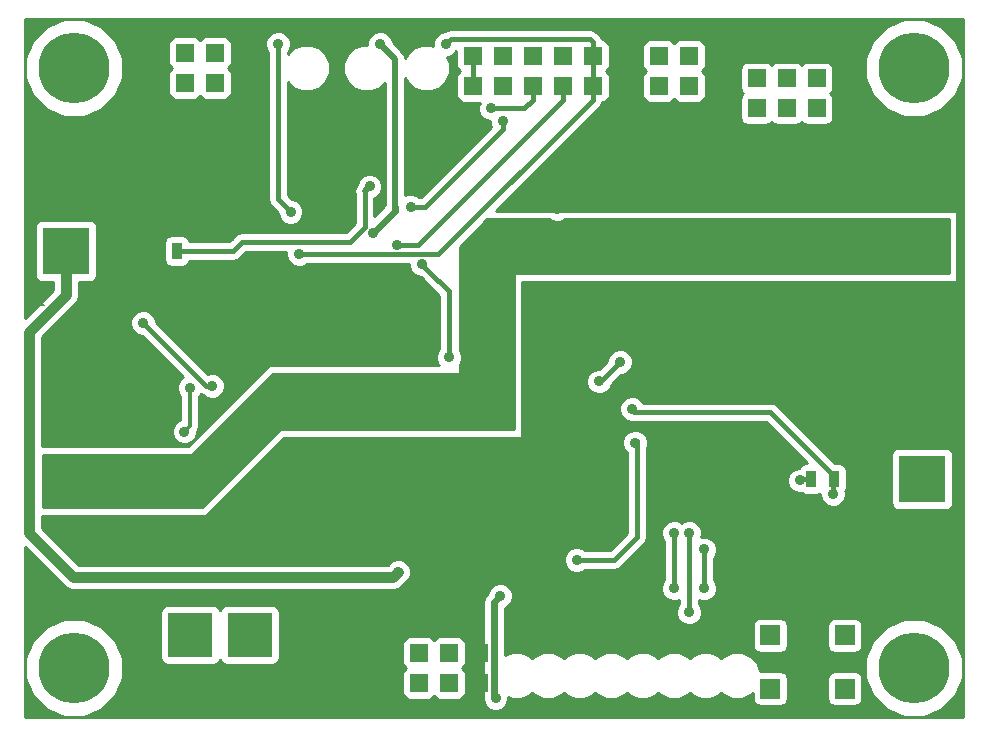
<source format=gbr>
G04 #@! TF.FileFunction,Copper,L1,Top,Signal*
%FSLAX46Y46*%
G04 Gerber Fmt 4.6, Leading zero omitted, Abs format (unit mm)*
G04 Created by KiCad (PCBNEW (2015-05-13 BZR 5653)-product) date 3. 12. 2015 7:33:34*
%MOMM*%
G01*
G04 APERTURE LIST*
%ADD10C,0.300000*%
%ADD11R,4.000000X4.000000*%
%ADD12R,1.524000X1.524000*%
%ADD13R,3.810000X3.810000*%
%ADD14C,6.000000*%
%ADD15R,0.889000X1.397000*%
%ADD16R,1.676400X1.676400*%
%ADD17C,0.600000*%
%ADD18C,0.890000*%
%ADD19C,0.400000*%
%ADD20C,0.890000*%
%ADD21C,0.180000*%
%ADD22C,0.600000*%
%ADD23C,0.500000*%
%ADD24C,0.254000*%
G04 APERTURE END LIST*
D10*
D11*
X4390000Y40384000D03*
X76890000Y40384000D03*
X4390000Y21084000D03*
X76890000Y21084000D03*
D12*
X19558000Y57150000D03*
X19558000Y54610000D03*
X17018000Y57150000D03*
X17018000Y54610000D03*
X14478000Y57150000D03*
X14478000Y54610000D03*
X11938000Y57150000D03*
X11938000Y54610000D03*
X49022000Y54356000D03*
X49022000Y56896000D03*
X38862000Y56896000D03*
X38862000Y54356000D03*
X43942000Y54356000D03*
X43942000Y56896000D03*
X46482000Y54356000D03*
X46482000Y56896000D03*
X41402000Y54356000D03*
X41402000Y56896000D03*
X31750000Y3810000D03*
X31750000Y6350000D03*
X34290000Y3810000D03*
X34290000Y6350000D03*
X36830000Y3810000D03*
X36830000Y6350000D03*
X39370000Y3810000D03*
X39370000Y6350000D03*
D13*
X14939000Y7874000D03*
X19939000Y7874000D03*
X14939000Y2921000D03*
X19939000Y2921000D03*
D12*
X62865000Y52451000D03*
X62865000Y54991000D03*
X65405000Y52451000D03*
X65405000Y54991000D03*
X67945000Y52451000D03*
X67945000Y54991000D03*
X59690000Y56896000D03*
X59690000Y54356000D03*
X57150000Y56896000D03*
X57150000Y54356000D03*
X54610000Y56896000D03*
X54610000Y54356000D03*
X52070000Y56896000D03*
X52070000Y54356000D03*
D14*
X76200000Y5080000D03*
X5080000Y55880000D03*
X5080000Y5080000D03*
X76200000Y55880000D03*
D15*
X11874500Y40386000D03*
X13779500Y40386000D03*
X69405500Y21082000D03*
X67500500Y21082000D03*
D16*
X70333000Y7838000D03*
X70333000Y3338000D03*
X64033000Y7838000D03*
X64033000Y3338000D03*
D12*
X70485000Y52451000D03*
X70485000Y54991000D03*
D17*
X27686000Y42545000D03*
X27686000Y44831000D03*
X26416000Y44831000D03*
X26416000Y42545000D03*
X27051000Y43688000D03*
D18*
X10922000Y34290000D03*
X16764000Y28956000D03*
X49530000Y29337000D03*
X32512000Y13208000D03*
X51308000Y30988000D03*
X8890000Y24637999D03*
X7620000Y24638000D03*
X41402000Y23622000D03*
X39116000Y23368000D03*
X36322000Y21336000D03*
X34544000Y21336000D03*
X32766000Y20320000D03*
X30734000Y20320000D03*
X73152000Y9398000D03*
X73152000Y11430000D03*
X73406000Y13208000D03*
X73406000Y14986000D03*
X76962000Y37338000D03*
X68834000Y37338000D03*
X60198000Y37338000D03*
X60198000Y29972000D03*
X61214000Y28194000D03*
X59944000Y28194000D03*
X69596000Y13208000D03*
X70104000Y11938000D03*
X70104000Y10414000D03*
X64262000Y11938000D03*
X64262000Y13462000D03*
X64262000Y14986000D03*
X64262000Y18288000D03*
X67056000Y19050000D03*
X67564000Y17018000D03*
X15494000Y17526000D03*
X13462000Y17526000D03*
X11684000Y17526000D03*
X9906000Y17526000D03*
X8266902Y17526000D03*
X6535461Y17526000D03*
X4826000Y17526000D03*
X2794000Y17526000D03*
X3556000Y16256000D03*
X5080000Y14986000D03*
X7112000Y14478000D03*
X8890000Y14478000D03*
X10668000Y14478000D03*
X12446000Y14478000D03*
X14224000Y14478000D03*
X16256000Y14478000D03*
X13970000Y42672000D03*
X12446000Y43180000D03*
X11049000Y42672000D03*
X9017000Y41910000D03*
X7874000Y46228000D03*
X9398000Y44323000D03*
X29337000Y20319994D03*
X27813002Y20320002D03*
X26162000Y20447000D03*
X17399000Y30586680D03*
X73406000Y16510000D03*
X72136000Y17526000D03*
X71628000Y19050000D03*
X73152000Y18288000D03*
X74930000Y17272000D03*
X76454000Y17272000D03*
X77978000Y17272000D03*
X79502000Y17272000D03*
X74168000Y28194000D03*
X74930000Y26924000D03*
X76200000Y26416000D03*
X77724000Y26416000D03*
X79248000Y26416000D03*
X79248000Y25146000D03*
X77724000Y25146000D03*
X76200000Y25146000D03*
X74676000Y25146000D03*
X73660000Y26416000D03*
X72898000Y27432000D03*
X71374000Y27432000D03*
X69850000Y27432000D03*
X68326000Y27432000D03*
X28829000Y2921000D03*
X27686000Y2921000D03*
X26543000Y2921000D03*
X25400000Y2921000D03*
X24257000Y2921000D03*
X22987000Y2921000D03*
X52832000Y30861000D03*
X46609000Y30607000D03*
X48133000Y29845000D03*
X44196000Y25019000D03*
X43180000Y24003000D03*
X69469000Y14859000D03*
X24910607Y50101500D03*
X34290000Y48895000D03*
X35433000Y48895000D03*
X34671000Y47752000D03*
X35814000Y47752000D03*
X36703000Y48895000D03*
X37846000Y48895000D03*
X46228000Y48260000D03*
X9906000Y57404000D03*
X9906000Y56261000D03*
X9906000Y55118000D03*
X9906000Y53848000D03*
X9906000Y52578000D03*
X57404000Y50038000D03*
X56769000Y49403000D03*
X56134000Y48768000D03*
X55499000Y48133000D03*
X50800000Y35433000D03*
X51689000Y36322000D03*
X52578000Y37211000D03*
X11684000Y44450000D03*
X11684000Y45720000D03*
X10414000Y45720000D03*
X10541000Y40386000D03*
X9144000Y40386000D03*
X18542000Y42418000D03*
X39370000Y11938000D03*
X39370000Y13716000D03*
X39878000Y15240000D03*
X70358000Y50292000D03*
X71501000Y50292000D03*
X72517000Y50292000D03*
X73787000Y50292000D03*
X15748000Y33147000D03*
X14224000Y33147000D03*
X9652000Y33147000D03*
X12446000Y26924000D03*
X28194000Y16002000D03*
X24892000Y16002000D03*
X31623000Y16002000D03*
X36449000Y16002000D03*
X34030920Y16002000D03*
X42418000Y13208000D03*
X42418000Y16002000D03*
X46736000Y17780000D03*
X44704000Y18288000D03*
X12192000Y4318000D03*
X12192000Y3048000D03*
X12192000Y1524000D03*
X65913000Y14859000D03*
X61468000Y18542000D03*
X56515000Y23495000D03*
X58420000Y21590000D03*
X59690000Y20320000D03*
X66548000Y9144000D03*
X68199000Y9144000D03*
X65532000Y9652000D03*
X64389000Y9652000D03*
X44704000Y46736000D03*
X42926000Y45212000D03*
X44450000Y45212000D03*
X45974000Y44958000D03*
X45974000Y43942000D03*
X30480000Y1524000D03*
X32004000Y1524000D03*
X33528000Y1524000D03*
X35052000Y1524000D03*
X36576000Y1524000D03*
X38100000Y1524000D03*
X54864000Y59182000D03*
X56388000Y59182000D03*
X57912000Y59182000D03*
X59436000Y59182000D03*
X60960000Y59182000D03*
X7620000Y49276000D03*
X7620000Y48006000D03*
X16764000Y45720000D03*
X15494000Y45720000D03*
X14224000Y45720000D03*
X12954000Y45720000D03*
X20320000Y39624000D03*
X21590000Y39624000D03*
X22860000Y39624000D03*
X2540000Y50038000D03*
X4318000Y50038000D03*
X6096000Y50038000D03*
X2540000Y48768000D03*
X2540000Y47498000D03*
X2540000Y46228000D03*
X2540000Y44958000D03*
X2540000Y43688000D03*
X4064000Y43688000D03*
X5588000Y43688000D03*
X7112000Y43688000D03*
X20066000Y53086000D03*
X20828000Y50800000D03*
X28448000Y49276000D03*
X27686000Y48006000D03*
X26924000Y46990000D03*
X45720000Y36830000D03*
X44196000Y36322000D03*
X45212000Y35306000D03*
X67818000Y48768000D03*
X66294000Y47244000D03*
X65024000Y45974000D03*
X63500000Y44450000D03*
X66294000Y28448000D03*
X68072000Y28956000D03*
X50927000Y21209000D03*
X50165000Y22098000D03*
X40386000Y52451000D03*
X34543998Y39243000D03*
X36829992Y31369000D03*
X41148000Y11176000D03*
X40767000Y2540000D03*
X52324000Y27017010D03*
X69342000Y19812000D03*
X23421502Y43688000D03*
X22352000Y57912000D03*
X30356276Y41874421D03*
X30988000Y57912000D03*
X24130000Y40132000D03*
X36576000Y57912000D03*
X32414992Y40923996D03*
X33599912Y44140033D03*
X41402000Y51353464D03*
X30099000Y45847000D03*
X66548000Y20955000D03*
X57150000Y16510000D03*
X57150000Y9779000D03*
X55880000Y16510000D03*
X55880000Y11811000D03*
X58420000Y15113000D03*
X58420000Y11811000D03*
X52576971Y24168153D03*
X47625000Y14224000D03*
X14414985Y25082985D03*
X14859490Y28790091D03*
D19*
X10922000Y34290000D02*
X16256000Y28956000D01*
X16256000Y28956000D02*
X16764000Y28956000D01*
X51308000Y30988000D02*
X49657000Y29337000D01*
X49657000Y29337000D02*
X49530000Y29337000D01*
D20*
X4390000Y40384000D02*
X4390000Y36652824D01*
X4390000Y36652824D02*
X1270000Y33532824D01*
X1270000Y33532824D02*
X1270000Y16510000D01*
X1270000Y16510000D02*
X5016999Y12763001D01*
X5016999Y12763001D02*
X32067001Y12763001D01*
X32067001Y12763001D02*
X32512000Y13208000D01*
D19*
X7620000Y24638000D02*
X8889999Y24638000D01*
X8889999Y24638000D02*
X8890000Y24637999D01*
D21*
X39116000Y23368000D02*
X41148000Y23368000D01*
X41148000Y23368000D02*
X41402000Y23622000D01*
X34544000Y21336000D02*
X36322000Y21336000D01*
X30734000Y20320000D02*
X32766000Y20320000D01*
X73152000Y11430000D02*
X73152000Y9398000D01*
X73406000Y14986000D02*
X73406000Y13208000D01*
X68834000Y37338000D02*
X76962000Y37338000D01*
X60198000Y29972000D02*
X60198000Y37338000D01*
X59944000Y28194000D02*
X61214000Y28194000D01*
X70104000Y11938000D02*
X70104000Y12700000D01*
X70104000Y12700000D02*
X69596000Y13208000D01*
X64262000Y11938000D02*
X68580000Y11938000D01*
X68580000Y11938000D02*
X70104000Y10414000D01*
X64262000Y14986000D02*
X64262000Y13462000D01*
X67056000Y19050000D02*
X66294000Y18288000D01*
X66294000Y18288000D02*
X64262000Y18288000D01*
X69469000Y14859000D02*
X67564000Y16764000D01*
X67564000Y16764000D02*
X67564000Y17018000D01*
X11684000Y17526000D02*
X13462000Y17526000D01*
X8266902Y17526000D02*
X9906000Y17526000D01*
X6535461Y17526000D02*
X8266902Y17526000D01*
X4826000Y17526000D02*
X6535461Y17526000D01*
X3556000Y16256000D02*
X3556000Y16764000D01*
X3556000Y16764000D02*
X2794000Y17526000D01*
X7112000Y14478000D02*
X5588000Y14478000D01*
X5588000Y14478000D02*
X5080000Y14986000D01*
X10668000Y14478000D02*
X8890000Y14478000D01*
X14224000Y14478000D02*
X12446000Y14478000D01*
X24892000Y16002000D02*
X17780000Y16002000D01*
X17780000Y16002000D02*
X16256000Y14478000D01*
X14604002Y42672000D02*
X14599325Y42672000D01*
X14668001Y42735999D02*
X14604002Y42672000D01*
X14599325Y42672000D02*
X13970000Y42672000D01*
X11176000Y46228000D02*
X14668001Y42735999D01*
X9398000Y44323000D02*
X13081000Y44323000D01*
X7874000Y46228000D02*
X11176000Y46228000D01*
X13081000Y44323000D02*
X14668001Y42735999D01*
X10604001Y42227001D02*
X11049000Y42672000D01*
X10287000Y41910000D02*
X10604001Y42227001D01*
X9017000Y41910000D02*
X10287000Y41910000D01*
X29337000Y20949319D02*
X29337000Y20319994D01*
X29083000Y21590000D02*
X29337000Y21336000D01*
X29337000Y21336000D02*
X29337000Y20949319D01*
X27686004Y20447000D02*
X27813002Y20320002D01*
X26162000Y20447000D02*
X27686004Y20447000D01*
D19*
X72136000Y17526000D02*
X72390000Y17526000D01*
X72390000Y17526000D02*
X73406000Y16510000D01*
X73152000Y18288000D02*
X72390000Y18288000D01*
X72390000Y18288000D02*
X71628000Y19050000D01*
X76454000Y17272000D02*
X74930000Y17272000D01*
X79502000Y17272000D02*
X77978000Y17272000D01*
X74930000Y26924000D02*
X74930000Y27432000D01*
X74930000Y27432000D02*
X74168000Y28194000D01*
X77724000Y26416000D02*
X76200000Y26416000D01*
X79248000Y25146000D02*
X79248000Y26416000D01*
X76200000Y25146000D02*
X77724000Y25146000D01*
X73660000Y26416000D02*
X73660000Y26162000D01*
X73660000Y26162000D02*
X74676000Y25146000D01*
X71374000Y27432000D02*
X72898000Y27432000D01*
X68326000Y27432000D02*
X69850000Y27432000D01*
X27686000Y2921000D02*
X28829000Y2921000D01*
X25400000Y2921000D02*
X26543000Y2921000D01*
X22987000Y2921000D02*
X24257000Y2921000D01*
D21*
X12065000Y3175000D02*
X12065000Y1977388D01*
X12065000Y4445000D02*
X12065000Y3556000D01*
X1270000Y35814000D02*
X2540000Y35814000D01*
X1270000Y44450000D02*
X1270000Y35814000D01*
X1738999Y44918999D02*
X1270000Y44450000D01*
X9906000Y52578000D02*
X2119999Y44918999D01*
X2119999Y44918999D02*
X1738999Y44918999D01*
X46609000Y30607000D02*
X47371000Y29845000D01*
X47371000Y29845000D02*
X48133000Y29845000D01*
X44196000Y25019000D02*
X43180000Y24003000D01*
X34290000Y48895000D02*
X35433000Y48895000D01*
X34671000Y47752000D02*
X35814000Y47752000D01*
X36703000Y48895000D02*
X37846000Y48895000D01*
X9906000Y57404000D02*
X9906000Y56261000D01*
X9906000Y55372000D02*
X9906000Y55118000D01*
X9906000Y53848000D02*
X9906000Y52578000D01*
X57404000Y50038000D02*
X56769000Y49403000D01*
X56134000Y48768000D02*
X55499000Y48133000D01*
X50800000Y35433000D02*
X51689000Y36322000D01*
X52070000Y37338000D02*
X51816000Y37592000D01*
X52578000Y37211000D02*
X52070000Y37338000D01*
X11684000Y44450000D02*
X11684000Y45720000D01*
X11874500Y40386000D02*
X10541000Y40386000D01*
X39370000Y11938000D02*
X39370000Y13716000D01*
X70485000Y50419000D02*
X70358000Y50292000D01*
X70485000Y52451000D02*
X70485000Y50419000D01*
X71501000Y50292000D02*
X72517000Y50292000D01*
X73787000Y50292000D02*
X75057000Y50292000D01*
X15748000Y33147000D02*
X14224000Y33147000D01*
X12446000Y26924000D02*
X12446000Y24765000D01*
X28194000Y16002000D02*
X24892000Y16002000D01*
X31623000Y16002000D02*
X34030920Y16002000D01*
X42418000Y13208000D02*
X42418000Y16002000D01*
X45212000Y17780000D02*
X44704000Y18288000D01*
X46736000Y17780000D02*
X45212000Y17780000D01*
X12192000Y4318000D02*
X12192000Y3302000D01*
X12192000Y3048000D02*
X12192000Y1524000D01*
X65913000Y14859000D02*
X69469000Y14859000D01*
X56515000Y23114000D02*
X56515000Y23495000D01*
X61468000Y18542000D02*
X56515000Y23114000D01*
X58420000Y21590000D02*
X59690000Y20320000D01*
X66548000Y9144000D02*
X68199000Y9144000D01*
X65532000Y9652000D02*
X64389000Y9652000D01*
X46228000Y48260000D02*
X44704000Y46736000D01*
X42926000Y45212000D02*
X44450000Y45212000D01*
X45974000Y44958000D02*
X45974000Y43942000D01*
X30226000Y1524000D02*
X30480000Y1524000D01*
X28829000Y2921000D02*
X30226000Y1524000D01*
X32004000Y1524000D02*
X33528000Y1524000D01*
X35052000Y1524000D02*
X36576000Y1524000D01*
X53414000Y59182000D02*
X54864000Y59182000D01*
X52070000Y57838000D02*
X53414000Y59182000D01*
X52070000Y56896000D02*
X52070000Y57838000D01*
X56388000Y59182000D02*
X57912000Y59182000D01*
X59436000Y59182000D02*
X60960000Y59182000D01*
X7620000Y49276000D02*
X7620000Y48006000D01*
X16764000Y45720000D02*
X15494000Y45720000D01*
X14224000Y45720000D02*
X12954000Y45720000D01*
X20320000Y39624000D02*
X21590000Y39624000D01*
X3302000Y49276000D02*
X2540000Y50038000D01*
X7620000Y49276000D02*
X3302000Y49276000D01*
X4318000Y50038000D02*
X6096000Y50038000D01*
X2540000Y48768000D02*
X2540000Y47498000D01*
X2540000Y46228000D02*
X2540000Y44958000D01*
X2540000Y43688000D02*
X4064000Y43688000D01*
X5588000Y43688000D02*
X7112000Y43688000D01*
X28448000Y48768000D02*
X27686000Y48006000D01*
X28448000Y49276000D02*
X28448000Y48768000D01*
X44704000Y36830000D02*
X44196000Y36322000D01*
X45720000Y36830000D02*
X44704000Y36830000D01*
X67818000Y48768000D02*
X66294000Y47244000D01*
X65024000Y45974000D02*
X63500000Y44450000D01*
X67310000Y27432000D02*
X66294000Y28448000D01*
X68326000Y27432000D02*
X67310000Y27432000D01*
X50165000Y22098000D02*
X50165000Y21971000D01*
X50165000Y21971000D02*
X50927000Y21209000D01*
D19*
X43942000Y53194000D02*
X43942000Y54356000D01*
X43199000Y52451000D02*
X43942000Y53194000D01*
X40386000Y52451000D02*
X43199000Y52451000D01*
X34988997Y38798001D02*
X34543998Y39243000D01*
X36829992Y36957006D02*
X34988997Y38798001D01*
X36829992Y31369000D02*
X36829992Y36957006D01*
D22*
X40612001Y2694999D02*
X40767000Y2540000D01*
X40612001Y10640001D02*
X40612001Y2694999D01*
X41148000Y11176000D02*
X40612001Y10640001D01*
D19*
X69342000Y19812000D02*
X69342000Y21018500D01*
X69342000Y21018500D02*
X69405500Y21082000D01*
X52324000Y26924000D02*
X52523999Y26724001D01*
X52523999Y26724001D02*
X64017499Y26724001D01*
X64017499Y26724001D02*
X69405500Y21336000D01*
X69405500Y21336000D02*
X69405500Y21082000D01*
X69469000Y21018500D02*
X69405500Y21082000D01*
X22352000Y57912000D02*
X22352000Y44757502D01*
X22352000Y44757502D02*
X23421502Y43688000D01*
X38862000Y54356000D02*
X38862000Y56896000D01*
D22*
X32258000Y44069000D02*
X32258000Y43776145D01*
X30801275Y42319420D02*
X30356276Y41874421D01*
X32258000Y43776145D02*
X30801275Y42319420D01*
D23*
X30988000Y57912000D02*
X32258000Y56642000D01*
X32258000Y56642000D02*
X32258000Y44069000D01*
D19*
X24130000Y40132000D02*
X31985984Y40132000D01*
X49022000Y53194000D02*
X49022000Y54356000D01*
X35926994Y40098994D02*
X49022000Y53194000D01*
X32018990Y40098994D02*
X35926994Y40098994D01*
X31985984Y40132000D02*
X32018990Y40098994D01*
X49022000Y54356000D02*
X49022000Y57912000D01*
X48723501Y58356499D02*
X49022000Y58058000D01*
X37020499Y58356499D02*
X48723501Y58356499D01*
X49022000Y58058000D02*
X49022000Y56896000D01*
X36576000Y57912000D02*
X37020499Y58356499D01*
X33044317Y40923996D02*
X32414992Y40923996D01*
X34211996Y40923996D02*
X33044317Y40923996D01*
X46482000Y53194000D02*
X34211996Y40923996D01*
X46482000Y54356000D02*
X46482000Y53194000D01*
X41402000Y50724139D02*
X34817894Y44140033D01*
X34229237Y44140033D02*
X33599912Y44140033D01*
X34817894Y44140033D02*
X34229237Y44140033D01*
X41402000Y51353464D02*
X41402000Y50724139D01*
X28408853Y41148000D02*
X29690000Y42429147D01*
X18542000Y40386000D02*
X19304000Y41148000D01*
X19304000Y41148000D02*
X28408853Y41148000D01*
X29690000Y42429147D02*
X29690000Y45438000D01*
X13779500Y40386000D02*
X18542000Y40386000D01*
D23*
X29690000Y45438000D02*
X30099000Y45847000D01*
D19*
X67500500Y21082000D02*
X66675000Y21082000D01*
X66675000Y21082000D02*
X66548000Y20955000D01*
X67373500Y20955000D02*
X67500500Y21082000D01*
X57150000Y16510000D02*
X57150000Y9779000D01*
X55880000Y16510000D02*
X55880000Y11811000D01*
X58420000Y15113000D02*
X58420000Y11811000D01*
X47625000Y14224000D02*
X50800000Y14224000D01*
X52732510Y16156510D02*
X52732510Y24257000D01*
X50800000Y14224000D02*
X52732510Y16156510D01*
D10*
X14859490Y28790091D02*
X14859490Y25527490D01*
X14859490Y25527490D02*
X14414985Y25082985D01*
D24*
G36*
X79121000Y38481000D02*
X42291000Y38481000D01*
X42291000Y25273000D01*
X22553395Y25273000D01*
X15949395Y18669000D01*
X2413000Y18669000D01*
X2413000Y22860000D01*
X2413000Y23114000D01*
X15038605Y23114000D01*
X21896605Y29972000D01*
X37719000Y29972000D01*
X37719000Y30741742D01*
X37738260Y30760968D01*
X37901806Y31154830D01*
X37902178Y31581299D01*
X37739320Y31975446D01*
X37719000Y31995801D01*
X37719000Y40721446D01*
X40050554Y43053000D01*
X45346733Y43053000D01*
X45365968Y43033732D01*
X45759830Y42870186D01*
X46186299Y42869814D01*
X46580446Y43032672D01*
X46600809Y43053000D01*
X79121000Y43053000D01*
X79121000Y38481000D01*
X79121000Y38481000D01*
G37*
X79121000Y38481000D02*
X42291000Y38481000D01*
X42291000Y25273000D01*
X22553395Y25273000D01*
X15949395Y18669000D01*
X2413000Y18669000D01*
X2413000Y22860000D01*
X2413000Y23114000D01*
X15038605Y23114000D01*
X21896605Y29972000D01*
X37719000Y29972000D01*
X37719000Y30741742D01*
X37738260Y30760968D01*
X37901806Y31154830D01*
X37902178Y31581299D01*
X37739320Y31975446D01*
X37719000Y31995801D01*
X37719000Y40721446D01*
X40050554Y43053000D01*
X45346733Y43053000D01*
X45365968Y43033732D01*
X45759830Y42870186D01*
X46186299Y42869814D01*
X46580446Y43032672D01*
X46600809Y43053000D01*
X79121000Y43053000D01*
X79121000Y38481000D01*
G36*
X40423276Y50914970D02*
X34475340Y44967033D01*
X34289070Y44967033D01*
X34207944Y45048301D01*
X33814082Y45211847D01*
X33387613Y45212219D01*
X33135000Y45107842D01*
X33135000Y55035070D01*
X33248003Y54761582D01*
X33803657Y54204958D01*
X34530025Y53903344D01*
X35316524Y53902657D01*
X36043418Y54203003D01*
X36600042Y54758657D01*
X36901656Y55485025D01*
X36902343Y56271524D01*
X36667487Y56839920D01*
X36788299Y56839814D01*
X37182446Y57002672D01*
X37460716Y57280458D01*
X37460716Y56134000D01*
X37507102Y55894927D01*
X37645130Y55684804D01*
X37731969Y55626187D01*
X37650804Y55572870D01*
X37510149Y55364495D01*
X37460716Y55118000D01*
X37460716Y53594000D01*
X37507102Y53354927D01*
X37645130Y53144804D01*
X37853505Y53004149D01*
X38100000Y52954716D01*
X39434416Y52954716D01*
X39314186Y52665170D01*
X39313814Y52238701D01*
X39476672Y51844554D01*
X39777968Y51542732D01*
X40171830Y51379186D01*
X40330021Y51379049D01*
X40329814Y51141165D01*
X40423276Y50914970D01*
X40423276Y50914970D01*
G37*
X40423276Y50914970D02*
X34475340Y44967033D01*
X34289070Y44967033D01*
X34207944Y45048301D01*
X33814082Y45211847D01*
X33387613Y45212219D01*
X33135000Y45107842D01*
X33135000Y55035070D01*
X33248003Y54761582D01*
X33803657Y54204958D01*
X34530025Y53903344D01*
X35316524Y53902657D01*
X36043418Y54203003D01*
X36600042Y54758657D01*
X36901656Y55485025D01*
X36902343Y56271524D01*
X36667487Y56839920D01*
X36788299Y56839814D01*
X37182446Y57002672D01*
X37460716Y57280458D01*
X37460716Y56134000D01*
X37507102Y55894927D01*
X37645130Y55684804D01*
X37731969Y55626187D01*
X37650804Y55572870D01*
X37510149Y55364495D01*
X37460716Y55118000D01*
X37460716Y53594000D01*
X37507102Y53354927D01*
X37645130Y53144804D01*
X37853505Y53004149D01*
X38100000Y52954716D01*
X39434416Y52954716D01*
X39314186Y52665170D01*
X39313814Y52238701D01*
X39476672Y51844554D01*
X39777968Y51542732D01*
X40171830Y51379186D01*
X40330021Y51379049D01*
X40329814Y51141165D01*
X40423276Y50914970D01*
G36*
X80349000Y931000D02*
X80327715Y931000D01*
X80327715Y5897310D01*
X80327715Y56697310D01*
X79700741Y58214704D01*
X78540810Y59376660D01*
X77024513Y60006282D01*
X75382690Y60007715D01*
X73865296Y59380741D01*
X72703340Y58220810D01*
X72073718Y56704513D01*
X72072285Y55062690D01*
X72699259Y53545296D01*
X73859190Y52383340D01*
X75375487Y51753718D01*
X77017310Y51752285D01*
X78534704Y52379259D01*
X79696660Y53539190D01*
X80326282Y55055487D01*
X80327715Y56697310D01*
X80327715Y5897310D01*
X79700741Y7414704D01*
X79529284Y7586460D01*
X79529284Y19084000D01*
X79529284Y23084000D01*
X79482898Y23323073D01*
X79344870Y23533196D01*
X79136495Y23673851D01*
X78890000Y23723284D01*
X74890000Y23723284D01*
X74650927Y23676898D01*
X74440804Y23538870D01*
X74300149Y23330495D01*
X74250716Y23084000D01*
X74250716Y19084000D01*
X74297102Y18844927D01*
X74435130Y18634804D01*
X74643505Y18494149D01*
X74890000Y18444716D01*
X78890000Y18444716D01*
X79129073Y18491102D01*
X79339196Y18629130D01*
X79479851Y18837505D01*
X79529284Y19084000D01*
X79529284Y7586460D01*
X78540810Y8576660D01*
X77024513Y9206282D01*
X75382690Y9207715D01*
X73865296Y8580741D01*
X72703340Y7420810D01*
X72073718Y5904513D01*
X72072285Y4262690D01*
X72699259Y2745296D01*
X73859190Y1583340D01*
X75375487Y953718D01*
X77017310Y952285D01*
X78534704Y1579259D01*
X79696660Y2739190D01*
X80326282Y4255487D01*
X80327715Y5897310D01*
X80327715Y931000D01*
X71810484Y931000D01*
X71810484Y2499800D01*
X71810484Y4176200D01*
X71810484Y6999800D01*
X71810484Y8676200D01*
X71764098Y8915273D01*
X71626070Y9125396D01*
X71417695Y9266051D01*
X71171200Y9315484D01*
X70489284Y9315484D01*
X70489284Y20383500D01*
X70489284Y21780500D01*
X70442898Y22019573D01*
X70304870Y22229696D01*
X70096495Y22370351D01*
X69850000Y22419784D01*
X69491270Y22419784D01*
X64602276Y27308778D01*
X64333978Y27488049D01*
X64017499Y27551001D01*
X53263265Y27551001D01*
X53233328Y27623456D01*
X52932032Y27925278D01*
X52538170Y28088824D01*
X52380186Y28088961D01*
X52380186Y31200299D01*
X52217328Y31594446D01*
X51916032Y31896268D01*
X51522170Y32059814D01*
X51095701Y32060186D01*
X50701554Y31897328D01*
X50399732Y31596032D01*
X50236186Y31202170D01*
X50236084Y31085640D01*
X49559420Y30408976D01*
X49317701Y30409186D01*
X48923554Y30246328D01*
X48621732Y29945032D01*
X48458186Y29551170D01*
X48457814Y29124701D01*
X48620672Y28730554D01*
X48921968Y28428732D01*
X49315830Y28265186D01*
X49742299Y28264814D01*
X50136446Y28427672D01*
X50438268Y28728968D01*
X50594308Y29104754D01*
X51405468Y29915915D01*
X51520299Y29915814D01*
X51914446Y30078672D01*
X52216268Y30379968D01*
X52379814Y30773830D01*
X52380186Y31200299D01*
X52380186Y28088961D01*
X52111701Y28089196D01*
X51717554Y27926338D01*
X51415732Y27625042D01*
X51252186Y27231180D01*
X51251814Y26804711D01*
X51414672Y26410564D01*
X51715968Y26108742D01*
X52109830Y25945196D01*
X52282465Y25945046D01*
X52282466Y25945046D01*
X52523999Y25897001D01*
X63674945Y25897001D01*
X67152162Y22419784D01*
X67056000Y22419784D01*
X66816927Y22373398D01*
X66606804Y22235370D01*
X66466201Y22027073D01*
X66335701Y22027186D01*
X65941554Y21864328D01*
X65639732Y21563032D01*
X65476186Y21169170D01*
X65475814Y20742701D01*
X65638672Y20348554D01*
X65939968Y20046732D01*
X66333830Y19883186D01*
X66677303Y19882887D01*
X66809505Y19793649D01*
X67056000Y19744216D01*
X67945000Y19744216D01*
X68184073Y19790602D01*
X68270029Y19847067D01*
X68269814Y19599701D01*
X68432672Y19205554D01*
X68733968Y18903732D01*
X69127830Y18740186D01*
X69554299Y18739814D01*
X69948446Y18902672D01*
X70250268Y19203968D01*
X70413814Y19597830D01*
X70414186Y20024299D01*
X70395044Y20070626D01*
X70439851Y20137005D01*
X70489284Y20383500D01*
X70489284Y9315484D01*
X69494800Y9315484D01*
X69255727Y9269098D01*
X69045604Y9131070D01*
X68904949Y8922695D01*
X68855516Y8676200D01*
X68855516Y6999800D01*
X68901902Y6760727D01*
X69039930Y6550604D01*
X69248305Y6409949D01*
X69494800Y6360516D01*
X71171200Y6360516D01*
X71410273Y6406902D01*
X71620396Y6544930D01*
X71761051Y6753305D01*
X71810484Y6999800D01*
X71810484Y4176200D01*
X71764098Y4415273D01*
X71626070Y4625396D01*
X71417695Y4766051D01*
X71171200Y4815484D01*
X69494800Y4815484D01*
X69255727Y4769098D01*
X69045604Y4631070D01*
X68904949Y4422695D01*
X68855516Y4176200D01*
X68855516Y2499800D01*
X68901902Y2260727D01*
X69039930Y2050604D01*
X69248305Y1909949D01*
X69494800Y1860516D01*
X71171200Y1860516D01*
X71410273Y1906902D01*
X71620396Y2044930D01*
X71761051Y2253305D01*
X71810484Y2499800D01*
X71810484Y931000D01*
X65510484Y931000D01*
X65510484Y2499800D01*
X65510484Y4176200D01*
X65510484Y6999800D01*
X65510484Y8676200D01*
X65464098Y8915273D01*
X65326070Y9125396D01*
X65117695Y9266051D01*
X64871200Y9315484D01*
X63194800Y9315484D01*
X62955727Y9269098D01*
X62745604Y9131070D01*
X62604949Y8922695D01*
X62555516Y8676200D01*
X62555516Y6999800D01*
X62601902Y6760727D01*
X62739930Y6550604D01*
X62948305Y6409949D01*
X63194800Y6360516D01*
X64871200Y6360516D01*
X65110273Y6406902D01*
X65320396Y6544930D01*
X65461051Y6753305D01*
X65510484Y6999800D01*
X65510484Y4176200D01*
X65464098Y4415273D01*
X65326070Y4625396D01*
X65117695Y4766051D01*
X64871200Y4815484D01*
X63194800Y4815484D01*
X63191324Y4814810D01*
X63191343Y4836524D01*
X62890997Y5563418D01*
X62335343Y6120042D01*
X61608975Y6421656D01*
X60822476Y6422343D01*
X60095582Y6121997D01*
X59880612Y5907403D01*
X59668343Y6120042D01*
X59492186Y6193188D01*
X59492186Y12023299D01*
X59329328Y12417446D01*
X59247000Y12499917D01*
X59247000Y14423842D01*
X59328268Y14504968D01*
X59491814Y14898830D01*
X59492186Y15325299D01*
X59329328Y15719446D01*
X59028032Y16021268D01*
X58634170Y16184814D01*
X58207701Y16185186D01*
X58169278Y16169311D01*
X58221814Y16295830D01*
X58222186Y16722299D01*
X58059328Y17116446D01*
X57758032Y17418268D01*
X57364170Y17581814D01*
X56937701Y17582186D01*
X56543554Y17419328D01*
X56515214Y17391038D01*
X56488032Y17418268D01*
X56094170Y17581814D01*
X55667701Y17582186D01*
X55273554Y17419328D01*
X54971732Y17118032D01*
X54808186Y16724170D01*
X54807814Y16297701D01*
X54970672Y15903554D01*
X55053000Y15821082D01*
X55053000Y12500159D01*
X54971732Y12419032D01*
X54808186Y12025170D01*
X54807814Y11598701D01*
X54970672Y11204554D01*
X55271968Y10902732D01*
X55665830Y10739186D01*
X56092299Y10738814D01*
X56323000Y10834138D01*
X56323000Y10468159D01*
X56241732Y10387032D01*
X56078186Y9993170D01*
X56077814Y9566701D01*
X56240672Y9172554D01*
X56541968Y8870732D01*
X56935830Y8707186D01*
X57362299Y8706814D01*
X57756446Y8869672D01*
X58058268Y9170968D01*
X58221814Y9564830D01*
X58222186Y9991299D01*
X58059328Y10385446D01*
X57977000Y10467917D01*
X57977000Y10834205D01*
X58205830Y10739186D01*
X58632299Y10738814D01*
X59026446Y10901672D01*
X59328268Y11202968D01*
X59491814Y11596830D01*
X59492186Y12023299D01*
X59492186Y6193188D01*
X58941975Y6421656D01*
X58155476Y6422343D01*
X57428582Y6121997D01*
X57213612Y5907403D01*
X57001343Y6120042D01*
X56274975Y6421656D01*
X55488476Y6422343D01*
X54761582Y6121997D01*
X54546612Y5907403D01*
X54334343Y6120042D01*
X53649157Y6404555D01*
X53649157Y24380452D01*
X53486299Y24774599D01*
X53185003Y25076421D01*
X52791141Y25239967D01*
X52364672Y25240339D01*
X51970525Y25077481D01*
X51668703Y24776185D01*
X51505157Y24382323D01*
X51504785Y23955854D01*
X51667643Y23561707D01*
X51905510Y23323424D01*
X51905510Y16499064D01*
X50457446Y15051000D01*
X48314158Y15051000D01*
X48233032Y15132268D01*
X47839170Y15295814D01*
X47412701Y15296186D01*
X47018554Y15133328D01*
X46716732Y14832032D01*
X46553186Y14438170D01*
X46552814Y14011701D01*
X46715672Y13617554D01*
X47016968Y13315732D01*
X47410830Y13152186D01*
X47837299Y13151814D01*
X48231446Y13314672D01*
X48313917Y13397000D01*
X50800000Y13397000D01*
X51116479Y13459952D01*
X51384777Y13639223D01*
X53317287Y15571733D01*
X53496558Y15840031D01*
X53559510Y16156510D01*
X53559510Y23738986D01*
X53648785Y23953983D01*
X53649157Y24380452D01*
X53649157Y6404555D01*
X53607975Y6421656D01*
X52821476Y6422343D01*
X52094582Y6121997D01*
X51879612Y5907403D01*
X51667343Y6120042D01*
X50940975Y6421656D01*
X50154476Y6422343D01*
X49427582Y6121997D01*
X49212612Y5907403D01*
X49000343Y6120042D01*
X48273975Y6421656D01*
X47487476Y6422343D01*
X46760582Y6121997D01*
X46545612Y5907403D01*
X46333343Y6120042D01*
X45606975Y6421656D01*
X44820476Y6422343D01*
X44093582Y6121997D01*
X43878612Y5907403D01*
X43666343Y6120042D01*
X42939975Y6421656D01*
X42153476Y6422343D01*
X41539001Y6168448D01*
X41539001Y10177653D01*
X41754446Y10266672D01*
X42056268Y10567968D01*
X42219814Y10961830D01*
X42220186Y11388299D01*
X42057328Y11782446D01*
X41756032Y12084268D01*
X41362170Y12247814D01*
X40935701Y12248186D01*
X40541554Y12085328D01*
X40239732Y11784032D01*
X40093932Y11432909D01*
X39956513Y11295489D01*
X39755565Y10994749D01*
X39685001Y10640001D01*
X39685001Y2694999D01*
X39695090Y2644278D01*
X39694814Y2327701D01*
X39857672Y1933554D01*
X40158968Y1631732D01*
X40552830Y1468186D01*
X40979299Y1467814D01*
X41373446Y1630672D01*
X41675268Y1931968D01*
X41838814Y2325830D01*
X41839050Y2597472D01*
X42150025Y2468344D01*
X42936524Y2467657D01*
X43663418Y2768003D01*
X43878387Y2982598D01*
X44090657Y2769958D01*
X44817025Y2468344D01*
X45603524Y2467657D01*
X46330418Y2768003D01*
X46545387Y2982598D01*
X46757657Y2769958D01*
X47484025Y2468344D01*
X48270524Y2467657D01*
X48997418Y2768003D01*
X49212387Y2982598D01*
X49424657Y2769958D01*
X50151025Y2468344D01*
X50937524Y2467657D01*
X51664418Y2768003D01*
X51879387Y2982598D01*
X52091657Y2769958D01*
X52818025Y2468344D01*
X53604524Y2467657D01*
X54331418Y2768003D01*
X54546387Y2982598D01*
X54758657Y2769958D01*
X55485025Y2468344D01*
X56271524Y2467657D01*
X56998418Y2768003D01*
X57213387Y2982598D01*
X57425657Y2769958D01*
X58152025Y2468344D01*
X58938524Y2467657D01*
X59665418Y2768003D01*
X59880387Y2982598D01*
X60092657Y2769958D01*
X60819025Y2468344D01*
X61605524Y2467657D01*
X62332418Y2768003D01*
X62555516Y2990713D01*
X62555516Y2499800D01*
X62601902Y2260727D01*
X62739930Y2050604D01*
X62948305Y1909949D01*
X63194800Y1860516D01*
X64871200Y1860516D01*
X65110273Y1906902D01*
X65320396Y2044930D01*
X65461051Y2253305D01*
X65510484Y2499800D01*
X65510484Y931000D01*
X38231284Y931000D01*
X38231284Y3048000D01*
X38231284Y4572000D01*
X38184898Y4811073D01*
X38046870Y5021196D01*
X37960030Y5079814D01*
X38041196Y5133130D01*
X38181851Y5341505D01*
X38231284Y5588000D01*
X38231284Y7112000D01*
X38184898Y7351073D01*
X38046870Y7561196D01*
X37838495Y7701851D01*
X37592000Y7751284D01*
X36068000Y7751284D01*
X35828927Y7704898D01*
X35618804Y7566870D01*
X35560186Y7480031D01*
X35506870Y7561196D01*
X35298495Y7701851D01*
X35052000Y7751284D01*
X33528000Y7751284D01*
X33288927Y7704898D01*
X33078804Y7566870D01*
X32938149Y7358495D01*
X32888716Y7112000D01*
X32888716Y5588000D01*
X32935102Y5348927D01*
X33073130Y5138804D01*
X33159969Y5080187D01*
X33078804Y5026870D01*
X32938149Y4818495D01*
X32888716Y4572000D01*
X32888716Y3048000D01*
X32935102Y2808927D01*
X33073130Y2598804D01*
X33281505Y2458149D01*
X33528000Y2408716D01*
X35052000Y2408716D01*
X35291073Y2455102D01*
X35501196Y2593130D01*
X35559813Y2679970D01*
X35613130Y2598804D01*
X35821505Y2458149D01*
X36068000Y2408716D01*
X37592000Y2408716D01*
X37831073Y2455102D01*
X38041196Y2593130D01*
X38181851Y2801505D01*
X38231284Y3048000D01*
X38231284Y931000D01*
X22483284Y931000D01*
X22483284Y5969000D01*
X22483284Y9779000D01*
X22436898Y10018073D01*
X22298870Y10228196D01*
X22090495Y10368851D01*
X21844000Y10418284D01*
X18034000Y10418284D01*
X17794927Y10371898D01*
X17584804Y10233870D01*
X17444149Y10025495D01*
X17439731Y10003469D01*
X17436898Y10018073D01*
X17298870Y10228196D01*
X17090495Y10368851D01*
X16844000Y10418284D01*
X13034000Y10418284D01*
X12794927Y10371898D01*
X12584804Y10233870D01*
X12444149Y10025495D01*
X12394716Y9779000D01*
X12394716Y5969000D01*
X12441102Y5729927D01*
X12579130Y5519804D01*
X12787505Y5379149D01*
X13034000Y5329716D01*
X16844000Y5329716D01*
X17083073Y5376102D01*
X17293196Y5514130D01*
X17433851Y5722505D01*
X17438268Y5744532D01*
X17441102Y5729927D01*
X17579130Y5519804D01*
X17787505Y5379149D01*
X18034000Y5329716D01*
X21844000Y5329716D01*
X22083073Y5376102D01*
X22293196Y5514130D01*
X22433851Y5722505D01*
X22483284Y5969000D01*
X22483284Y931000D01*
X9207715Y931000D01*
X9207715Y5897310D01*
X8580741Y7414704D01*
X7420810Y8576660D01*
X5904513Y9206282D01*
X4262690Y9207715D01*
X2745296Y8580741D01*
X1583340Y7420810D01*
X953718Y5904513D01*
X952285Y4262690D01*
X1579259Y2745296D01*
X2739190Y1583340D01*
X4255487Y953718D01*
X5897310Y952285D01*
X7414704Y1579259D01*
X8576660Y2739190D01*
X9206282Y4255487D01*
X9207715Y5897310D01*
X9207715Y931000D01*
X931000Y931000D01*
X931000Y15332963D01*
X4258981Y12004982D01*
X4467460Y11865681D01*
X4606762Y11772602D01*
X4606763Y11772602D01*
X5016999Y11691001D01*
X32067001Y11691001D01*
X32067001Y11691002D01*
X32477237Y11772602D01*
X32477238Y11772602D01*
X32825019Y12004983D01*
X33269356Y12449320D01*
X33270019Y12449982D01*
X33420268Y12599968D01*
X33502399Y12797764D01*
X33583814Y12993830D01*
X33584000Y13208000D01*
X33584186Y13420299D01*
X33502399Y13618237D01*
X33421328Y13814446D01*
X33270019Y13966019D01*
X33120032Y14116268D01*
X32726170Y14279814D01*
X32299701Y14280186D01*
X31905554Y14117328D01*
X31622734Y13835001D01*
X5461035Y13835001D01*
X2342000Y16954036D01*
X2342000Y17915000D01*
X16261712Y17915000D01*
X22865712Y24519000D01*
X43045000Y24519000D01*
X43045000Y37727000D01*
X79875000Y37727000D01*
X79875000Y43807000D01*
X69346284Y43807000D01*
X69346284Y51689000D01*
X69346284Y53213000D01*
X69299898Y53452073D01*
X69161870Y53662196D01*
X69075030Y53720814D01*
X69156196Y53774130D01*
X69296851Y53982505D01*
X69346284Y54229000D01*
X69346284Y55753000D01*
X69299898Y55992073D01*
X69161870Y56202196D01*
X68953495Y56342851D01*
X68707000Y56392284D01*
X67183000Y56392284D01*
X66943927Y56345898D01*
X66733804Y56207870D01*
X66675186Y56121031D01*
X66621870Y56202196D01*
X66413495Y56342851D01*
X66167000Y56392284D01*
X64643000Y56392284D01*
X64403927Y56345898D01*
X64193804Y56207870D01*
X64135186Y56121031D01*
X64081870Y56202196D01*
X63873495Y56342851D01*
X63627000Y56392284D01*
X62103000Y56392284D01*
X61863927Y56345898D01*
X61653804Y56207870D01*
X61513149Y55999495D01*
X61463716Y55753000D01*
X61463716Y54229000D01*
X61510102Y53989927D01*
X61648130Y53779804D01*
X61734969Y53721187D01*
X61653804Y53667870D01*
X61513149Y53459495D01*
X61463716Y53213000D01*
X61463716Y51689000D01*
X61510102Y51449927D01*
X61648130Y51239804D01*
X61856505Y51099149D01*
X62103000Y51049716D01*
X63627000Y51049716D01*
X63866073Y51096102D01*
X64076196Y51234130D01*
X64134813Y51320970D01*
X64188130Y51239804D01*
X64396505Y51099149D01*
X64643000Y51049716D01*
X66167000Y51049716D01*
X66406073Y51096102D01*
X66616196Y51234130D01*
X66674813Y51320970D01*
X66728130Y51239804D01*
X66936505Y51099149D01*
X67183000Y51049716D01*
X68707000Y51049716D01*
X68946073Y51096102D01*
X69156196Y51234130D01*
X69296851Y51442505D01*
X69346284Y51689000D01*
X69346284Y43807000D01*
X58551284Y43807000D01*
X58551284Y53594000D01*
X58551284Y55118000D01*
X58504898Y55357073D01*
X58366870Y55567196D01*
X58280030Y55625814D01*
X58361196Y55679130D01*
X58501851Y55887505D01*
X58551284Y56134000D01*
X58551284Y57658000D01*
X58504898Y57897073D01*
X58366870Y58107196D01*
X58158495Y58247851D01*
X57912000Y58297284D01*
X56388000Y58297284D01*
X56148927Y58250898D01*
X55938804Y58112870D01*
X55880186Y58026031D01*
X55826870Y58107196D01*
X55618495Y58247851D01*
X55372000Y58297284D01*
X53848000Y58297284D01*
X53608927Y58250898D01*
X53398804Y58112870D01*
X53258149Y57904495D01*
X53208716Y57658000D01*
X53208716Y56134000D01*
X53255102Y55894927D01*
X53393130Y55684804D01*
X53479969Y55626187D01*
X53398804Y55572870D01*
X53258149Y55364495D01*
X53208716Y55118000D01*
X53208716Y53594000D01*
X53255102Y53354927D01*
X53393130Y53144804D01*
X53601505Y53004149D01*
X53848000Y52954716D01*
X55372000Y52954716D01*
X55611073Y53001102D01*
X55821196Y53139130D01*
X55879813Y53225970D01*
X55933130Y53144804D01*
X56141505Y53004149D01*
X56388000Y52954716D01*
X57912000Y52954716D01*
X58151073Y53001102D01*
X58361196Y53139130D01*
X58501851Y53347505D01*
X58551284Y53594000D01*
X58551284Y43807000D01*
X40804554Y43807000D01*
X49606777Y52609223D01*
X49786048Y52877521D01*
X49802101Y52958229D01*
X50023073Y53001102D01*
X50233196Y53139130D01*
X50373851Y53347505D01*
X50423284Y53594000D01*
X50423284Y55118000D01*
X50376898Y55357073D01*
X50238870Y55567196D01*
X50152030Y55625814D01*
X50233196Y55679130D01*
X50373851Y55887505D01*
X50423284Y56134000D01*
X50423284Y57658000D01*
X50376898Y57897073D01*
X50238870Y58107196D01*
X50030495Y58247851D01*
X49802126Y58293649D01*
X49786048Y58374479D01*
X49606777Y58642777D01*
X49606777Y58642778D01*
X49308278Y58941276D01*
X49039980Y59120547D01*
X48723501Y59183499D01*
X37020499Y59183499D01*
X36704020Y59120547D01*
X36499763Y58984068D01*
X36499762Y58984068D01*
X36363701Y58984186D01*
X35969554Y58821328D01*
X35667732Y58520032D01*
X35504186Y58126170D01*
X35503884Y57780291D01*
X35319975Y57856656D01*
X34533476Y57857343D01*
X33806582Y57556997D01*
X33249958Y57001343D01*
X33123905Y56697775D01*
X33068242Y56977613D01*
X33068242Y56977614D01*
X32992094Y57091576D01*
X32878133Y57262133D01*
X32878129Y57262136D01*
X32060147Y58080119D01*
X32060186Y58124299D01*
X31897328Y58518446D01*
X31596032Y58820268D01*
X31202170Y58983814D01*
X30775701Y58984186D01*
X30381554Y58821328D01*
X30079732Y58520032D01*
X29916186Y58126170D01*
X29915951Y57856940D01*
X29453476Y57857343D01*
X28726582Y57556997D01*
X28169958Y57001343D01*
X27868344Y56274975D01*
X27867657Y55488476D01*
X28168003Y54761582D01*
X28723657Y54204958D01*
X29450025Y53903344D01*
X30236524Y53902657D01*
X30963418Y54203003D01*
X31381000Y54619858D01*
X31381000Y44320367D01*
X31353625Y44182747D01*
X30517000Y43346121D01*
X30517000Y44859808D01*
X30705446Y44937672D01*
X31007268Y45238968D01*
X31170814Y45632830D01*
X31171186Y46059299D01*
X31008328Y46453446D01*
X30707032Y46755268D01*
X30313170Y46918814D01*
X29886701Y46919186D01*
X29492554Y46756328D01*
X29190732Y46455032D01*
X29027186Y46061170D01*
X29027127Y45994169D01*
X28879758Y45773613D01*
X28813000Y45438000D01*
X28863000Y45186634D01*
X28863000Y42771702D01*
X28066298Y41975000D01*
X26742343Y41975000D01*
X26742343Y56271524D01*
X26441997Y56998418D01*
X25886343Y57555042D01*
X25159975Y57856656D01*
X24373476Y57857343D01*
X23646582Y57556997D01*
X23179000Y57090230D01*
X23179000Y57222842D01*
X23260268Y57303968D01*
X23423814Y57697830D01*
X23424186Y58124299D01*
X23261328Y58518446D01*
X22960032Y58820268D01*
X22566170Y58983814D01*
X22139701Y58984186D01*
X21745554Y58821328D01*
X21443732Y58520032D01*
X21280186Y58126170D01*
X21279814Y57699701D01*
X21442672Y57305554D01*
X21525000Y57223082D01*
X21525000Y44757502D01*
X21587952Y44441023D01*
X21767223Y44172725D01*
X22349416Y43590532D01*
X22349316Y43475701D01*
X22512174Y43081554D01*
X22813470Y42779732D01*
X23207332Y42616186D01*
X23633801Y42615814D01*
X24027948Y42778672D01*
X24329770Y43079968D01*
X24493316Y43473830D01*
X24493688Y43900299D01*
X24330830Y44294446D01*
X24029534Y44596268D01*
X23635672Y44759814D01*
X23519140Y44759916D01*
X23179000Y45100056D01*
X23179000Y54670426D01*
X23643657Y54204958D01*
X24370025Y53903344D01*
X25156524Y53902657D01*
X25883418Y54203003D01*
X26440042Y54758657D01*
X26741656Y55485025D01*
X26742343Y56271524D01*
X26742343Y41975000D01*
X19304000Y41975000D01*
X18987521Y41912048D01*
X18719223Y41732777D01*
X18419284Y41432838D01*
X18419284Y53848000D01*
X18419284Y55372000D01*
X18372898Y55611073D01*
X18234870Y55821196D01*
X18148030Y55879814D01*
X18229196Y55933130D01*
X18369851Y56141505D01*
X18419284Y56388000D01*
X18419284Y57912000D01*
X18372898Y58151073D01*
X18234870Y58361196D01*
X18026495Y58501851D01*
X17780000Y58551284D01*
X16256000Y58551284D01*
X16016927Y58504898D01*
X15806804Y58366870D01*
X15748186Y58280031D01*
X15694870Y58361196D01*
X15486495Y58501851D01*
X15240000Y58551284D01*
X13716000Y58551284D01*
X13476927Y58504898D01*
X13266804Y58366870D01*
X13126149Y58158495D01*
X13076716Y57912000D01*
X13076716Y56388000D01*
X13123102Y56148927D01*
X13261130Y55938804D01*
X13347969Y55880187D01*
X13266804Y55826870D01*
X13126149Y55618495D01*
X13076716Y55372000D01*
X13076716Y53848000D01*
X13123102Y53608927D01*
X13261130Y53398804D01*
X13469505Y53258149D01*
X13716000Y53208716D01*
X15240000Y53208716D01*
X15479073Y53255102D01*
X15689196Y53393130D01*
X15747813Y53479970D01*
X15801130Y53398804D01*
X16009505Y53258149D01*
X16256000Y53208716D01*
X17780000Y53208716D01*
X18019073Y53255102D01*
X18229196Y53393130D01*
X18369851Y53601505D01*
X18419284Y53848000D01*
X18419284Y41432838D01*
X18199446Y41213000D01*
X14838351Y41213000D01*
X14816898Y41323573D01*
X14678870Y41533696D01*
X14470495Y41674351D01*
X14224000Y41723784D01*
X13335000Y41723784D01*
X13095927Y41677398D01*
X12885804Y41539370D01*
X12745149Y41330995D01*
X12695716Y41084500D01*
X12695716Y39687500D01*
X12742102Y39448427D01*
X12880130Y39238304D01*
X13088505Y39097649D01*
X13335000Y39048216D01*
X14224000Y39048216D01*
X14463073Y39094602D01*
X14673196Y39232630D01*
X14813851Y39441005D01*
X14837514Y39559000D01*
X18542000Y39559000D01*
X18858479Y39621952D01*
X19126777Y39801223D01*
X19646553Y40321000D01*
X23058164Y40321000D01*
X23057814Y39919701D01*
X23220672Y39525554D01*
X23521968Y39223732D01*
X23915830Y39060186D01*
X24342299Y39059814D01*
X24736446Y39222672D01*
X24818917Y39305000D01*
X31853058Y39305000D01*
X32018990Y39271994D01*
X33472022Y39271994D01*
X33471812Y39030701D01*
X33634670Y38636554D01*
X33935966Y38334732D01*
X34329828Y38171186D01*
X34446359Y38171085D01*
X36002992Y36614452D01*
X36002992Y32058159D01*
X35921724Y31977032D01*
X35758178Y31583170D01*
X35757806Y31156701D01*
X35920664Y30762554D01*
X35957154Y30726000D01*
X21584288Y30726000D01*
X17836186Y26977898D01*
X17836186Y29168299D01*
X17673328Y29562446D01*
X17372032Y29864268D01*
X16978170Y30027814D01*
X16551701Y30028186D01*
X16411356Y29970198D01*
X11994085Y34387469D01*
X11994186Y34502299D01*
X11831328Y34896446D01*
X11530032Y35198268D01*
X11136170Y35361814D01*
X10709701Y35362186D01*
X10315554Y35199328D01*
X10013732Y34898032D01*
X9850186Y34504170D01*
X9849814Y34077701D01*
X10012672Y33683554D01*
X10313968Y33381732D01*
X10707830Y33218186D01*
X10824361Y33218085D01*
X14316717Y29725729D01*
X14253044Y29699419D01*
X13951222Y29398123D01*
X13787676Y29004261D01*
X13787304Y28577792D01*
X13950162Y28183645D01*
X14082490Y28051085D01*
X14082490Y26105508D01*
X13808539Y25992313D01*
X13506717Y25691017D01*
X13343171Y25297155D01*
X13342799Y24870686D01*
X13505657Y24476539D01*
X13806953Y24174717D01*
X14200815Y24011171D01*
X14627284Y24010799D01*
X15021431Y24173657D01*
X15323253Y24474953D01*
X15486799Y24868815D01*
X15486996Y25094930D01*
X15577344Y25230145D01*
X15636490Y25527490D01*
X15636490Y28051020D01*
X15767758Y28182059D01*
X15808279Y28279645D01*
X15939521Y28191952D01*
X16029956Y28173964D01*
X16155968Y28047732D01*
X16549830Y27884186D01*
X16976299Y27883814D01*
X17370446Y28046672D01*
X17672268Y28347968D01*
X17835814Y28741830D01*
X17836186Y29168299D01*
X17836186Y26977898D01*
X14726288Y23868000D01*
X9207715Y23868000D01*
X9207715Y56697310D01*
X8580741Y58214704D01*
X7420810Y59376660D01*
X5904513Y60006282D01*
X4262690Y60007715D01*
X2745296Y59380741D01*
X1583340Y58220810D01*
X953718Y56704513D01*
X952285Y55062690D01*
X1579259Y53545296D01*
X2739190Y52383340D01*
X4255487Y51753718D01*
X5897310Y51752285D01*
X7414704Y52379259D01*
X8576660Y53539190D01*
X9206282Y55055487D01*
X9207715Y56697310D01*
X9207715Y23868000D01*
X2342000Y23868000D01*
X2342000Y33088788D01*
X5148018Y35894805D01*
X5148018Y35894806D01*
X5380399Y36242587D01*
X5461999Y36652824D01*
X5462000Y36652824D01*
X5462000Y37744716D01*
X6390000Y37744716D01*
X6629073Y37791102D01*
X6839196Y37929130D01*
X6979851Y38137505D01*
X7029284Y38384000D01*
X7029284Y42384000D01*
X6982898Y42623073D01*
X6844870Y42833196D01*
X6636495Y42973851D01*
X6390000Y43023284D01*
X2390000Y43023284D01*
X2150927Y42976898D01*
X1940804Y42838870D01*
X1800149Y42630495D01*
X1750716Y42384000D01*
X1750716Y38384000D01*
X1797102Y38144927D01*
X1935130Y37934804D01*
X2143505Y37794149D01*
X2390000Y37744716D01*
X3318000Y37744716D01*
X3318000Y37096861D01*
X931000Y34709861D01*
X931000Y60029000D01*
X80349000Y60029000D01*
X80349000Y931000D01*
X80349000Y931000D01*
G37*
X80349000Y931000D02*
X80327715Y931000D01*
X80327715Y5897310D01*
X80327715Y56697310D01*
X79700741Y58214704D01*
X78540810Y59376660D01*
X77024513Y60006282D01*
X75382690Y60007715D01*
X73865296Y59380741D01*
X72703340Y58220810D01*
X72073718Y56704513D01*
X72072285Y55062690D01*
X72699259Y53545296D01*
X73859190Y52383340D01*
X75375487Y51753718D01*
X77017310Y51752285D01*
X78534704Y52379259D01*
X79696660Y53539190D01*
X80326282Y55055487D01*
X80327715Y56697310D01*
X80327715Y5897310D01*
X79700741Y7414704D01*
X79529284Y7586460D01*
X79529284Y19084000D01*
X79529284Y23084000D01*
X79482898Y23323073D01*
X79344870Y23533196D01*
X79136495Y23673851D01*
X78890000Y23723284D01*
X74890000Y23723284D01*
X74650927Y23676898D01*
X74440804Y23538870D01*
X74300149Y23330495D01*
X74250716Y23084000D01*
X74250716Y19084000D01*
X74297102Y18844927D01*
X74435130Y18634804D01*
X74643505Y18494149D01*
X74890000Y18444716D01*
X78890000Y18444716D01*
X79129073Y18491102D01*
X79339196Y18629130D01*
X79479851Y18837505D01*
X79529284Y19084000D01*
X79529284Y7586460D01*
X78540810Y8576660D01*
X77024513Y9206282D01*
X75382690Y9207715D01*
X73865296Y8580741D01*
X72703340Y7420810D01*
X72073718Y5904513D01*
X72072285Y4262690D01*
X72699259Y2745296D01*
X73859190Y1583340D01*
X75375487Y953718D01*
X77017310Y952285D01*
X78534704Y1579259D01*
X79696660Y2739190D01*
X80326282Y4255487D01*
X80327715Y5897310D01*
X80327715Y931000D01*
X71810484Y931000D01*
X71810484Y2499800D01*
X71810484Y4176200D01*
X71810484Y6999800D01*
X71810484Y8676200D01*
X71764098Y8915273D01*
X71626070Y9125396D01*
X71417695Y9266051D01*
X71171200Y9315484D01*
X70489284Y9315484D01*
X70489284Y20383500D01*
X70489284Y21780500D01*
X70442898Y22019573D01*
X70304870Y22229696D01*
X70096495Y22370351D01*
X69850000Y22419784D01*
X69491270Y22419784D01*
X64602276Y27308778D01*
X64333978Y27488049D01*
X64017499Y27551001D01*
X53263265Y27551001D01*
X53233328Y27623456D01*
X52932032Y27925278D01*
X52538170Y28088824D01*
X52380186Y28088961D01*
X52380186Y31200299D01*
X52217328Y31594446D01*
X51916032Y31896268D01*
X51522170Y32059814D01*
X51095701Y32060186D01*
X50701554Y31897328D01*
X50399732Y31596032D01*
X50236186Y31202170D01*
X50236084Y31085640D01*
X49559420Y30408976D01*
X49317701Y30409186D01*
X48923554Y30246328D01*
X48621732Y29945032D01*
X48458186Y29551170D01*
X48457814Y29124701D01*
X48620672Y28730554D01*
X48921968Y28428732D01*
X49315830Y28265186D01*
X49742299Y28264814D01*
X50136446Y28427672D01*
X50438268Y28728968D01*
X50594308Y29104754D01*
X51405468Y29915915D01*
X51520299Y29915814D01*
X51914446Y30078672D01*
X52216268Y30379968D01*
X52379814Y30773830D01*
X52380186Y31200299D01*
X52380186Y28088961D01*
X52111701Y28089196D01*
X51717554Y27926338D01*
X51415732Y27625042D01*
X51252186Y27231180D01*
X51251814Y26804711D01*
X51414672Y26410564D01*
X51715968Y26108742D01*
X52109830Y25945196D01*
X52282465Y25945046D01*
X52282466Y25945046D01*
X52523999Y25897001D01*
X63674945Y25897001D01*
X67152162Y22419784D01*
X67056000Y22419784D01*
X66816927Y22373398D01*
X66606804Y22235370D01*
X66466201Y22027073D01*
X66335701Y22027186D01*
X65941554Y21864328D01*
X65639732Y21563032D01*
X65476186Y21169170D01*
X65475814Y20742701D01*
X65638672Y20348554D01*
X65939968Y20046732D01*
X66333830Y19883186D01*
X66677303Y19882887D01*
X66809505Y19793649D01*
X67056000Y19744216D01*
X67945000Y19744216D01*
X68184073Y19790602D01*
X68270029Y19847067D01*
X68269814Y19599701D01*
X68432672Y19205554D01*
X68733968Y18903732D01*
X69127830Y18740186D01*
X69554299Y18739814D01*
X69948446Y18902672D01*
X70250268Y19203968D01*
X70413814Y19597830D01*
X70414186Y20024299D01*
X70395044Y20070626D01*
X70439851Y20137005D01*
X70489284Y20383500D01*
X70489284Y9315484D01*
X69494800Y9315484D01*
X69255727Y9269098D01*
X69045604Y9131070D01*
X68904949Y8922695D01*
X68855516Y8676200D01*
X68855516Y6999800D01*
X68901902Y6760727D01*
X69039930Y6550604D01*
X69248305Y6409949D01*
X69494800Y6360516D01*
X71171200Y6360516D01*
X71410273Y6406902D01*
X71620396Y6544930D01*
X71761051Y6753305D01*
X71810484Y6999800D01*
X71810484Y4176200D01*
X71764098Y4415273D01*
X71626070Y4625396D01*
X71417695Y4766051D01*
X71171200Y4815484D01*
X69494800Y4815484D01*
X69255727Y4769098D01*
X69045604Y4631070D01*
X68904949Y4422695D01*
X68855516Y4176200D01*
X68855516Y2499800D01*
X68901902Y2260727D01*
X69039930Y2050604D01*
X69248305Y1909949D01*
X69494800Y1860516D01*
X71171200Y1860516D01*
X71410273Y1906902D01*
X71620396Y2044930D01*
X71761051Y2253305D01*
X71810484Y2499800D01*
X71810484Y931000D01*
X65510484Y931000D01*
X65510484Y2499800D01*
X65510484Y4176200D01*
X65510484Y6999800D01*
X65510484Y8676200D01*
X65464098Y8915273D01*
X65326070Y9125396D01*
X65117695Y9266051D01*
X64871200Y9315484D01*
X63194800Y9315484D01*
X62955727Y9269098D01*
X62745604Y9131070D01*
X62604949Y8922695D01*
X62555516Y8676200D01*
X62555516Y6999800D01*
X62601902Y6760727D01*
X62739930Y6550604D01*
X62948305Y6409949D01*
X63194800Y6360516D01*
X64871200Y6360516D01*
X65110273Y6406902D01*
X65320396Y6544930D01*
X65461051Y6753305D01*
X65510484Y6999800D01*
X65510484Y4176200D01*
X65464098Y4415273D01*
X65326070Y4625396D01*
X65117695Y4766051D01*
X64871200Y4815484D01*
X63194800Y4815484D01*
X63191324Y4814810D01*
X63191343Y4836524D01*
X62890997Y5563418D01*
X62335343Y6120042D01*
X61608975Y6421656D01*
X60822476Y6422343D01*
X60095582Y6121997D01*
X59880612Y5907403D01*
X59668343Y6120042D01*
X59492186Y6193188D01*
X59492186Y12023299D01*
X59329328Y12417446D01*
X59247000Y12499917D01*
X59247000Y14423842D01*
X59328268Y14504968D01*
X59491814Y14898830D01*
X59492186Y15325299D01*
X59329328Y15719446D01*
X59028032Y16021268D01*
X58634170Y16184814D01*
X58207701Y16185186D01*
X58169278Y16169311D01*
X58221814Y16295830D01*
X58222186Y16722299D01*
X58059328Y17116446D01*
X57758032Y17418268D01*
X57364170Y17581814D01*
X56937701Y17582186D01*
X56543554Y17419328D01*
X56515214Y17391038D01*
X56488032Y17418268D01*
X56094170Y17581814D01*
X55667701Y17582186D01*
X55273554Y17419328D01*
X54971732Y17118032D01*
X54808186Y16724170D01*
X54807814Y16297701D01*
X54970672Y15903554D01*
X55053000Y15821082D01*
X55053000Y12500159D01*
X54971732Y12419032D01*
X54808186Y12025170D01*
X54807814Y11598701D01*
X54970672Y11204554D01*
X55271968Y10902732D01*
X55665830Y10739186D01*
X56092299Y10738814D01*
X56323000Y10834138D01*
X56323000Y10468159D01*
X56241732Y10387032D01*
X56078186Y9993170D01*
X56077814Y9566701D01*
X56240672Y9172554D01*
X56541968Y8870732D01*
X56935830Y8707186D01*
X57362299Y8706814D01*
X57756446Y8869672D01*
X58058268Y9170968D01*
X58221814Y9564830D01*
X58222186Y9991299D01*
X58059328Y10385446D01*
X57977000Y10467917D01*
X57977000Y10834205D01*
X58205830Y10739186D01*
X58632299Y10738814D01*
X59026446Y10901672D01*
X59328268Y11202968D01*
X59491814Y11596830D01*
X59492186Y12023299D01*
X59492186Y6193188D01*
X58941975Y6421656D01*
X58155476Y6422343D01*
X57428582Y6121997D01*
X57213612Y5907403D01*
X57001343Y6120042D01*
X56274975Y6421656D01*
X55488476Y6422343D01*
X54761582Y6121997D01*
X54546612Y5907403D01*
X54334343Y6120042D01*
X53649157Y6404555D01*
X53649157Y24380452D01*
X53486299Y24774599D01*
X53185003Y25076421D01*
X52791141Y25239967D01*
X52364672Y25240339D01*
X51970525Y25077481D01*
X51668703Y24776185D01*
X51505157Y24382323D01*
X51504785Y23955854D01*
X51667643Y23561707D01*
X51905510Y23323424D01*
X51905510Y16499064D01*
X50457446Y15051000D01*
X48314158Y15051000D01*
X48233032Y15132268D01*
X47839170Y15295814D01*
X47412701Y15296186D01*
X47018554Y15133328D01*
X46716732Y14832032D01*
X46553186Y14438170D01*
X46552814Y14011701D01*
X46715672Y13617554D01*
X47016968Y13315732D01*
X47410830Y13152186D01*
X47837299Y13151814D01*
X48231446Y13314672D01*
X48313917Y13397000D01*
X50800000Y13397000D01*
X51116479Y13459952D01*
X51384777Y13639223D01*
X53317287Y15571733D01*
X53496558Y15840031D01*
X53559510Y16156510D01*
X53559510Y23738986D01*
X53648785Y23953983D01*
X53649157Y24380452D01*
X53649157Y6404555D01*
X53607975Y6421656D01*
X52821476Y6422343D01*
X52094582Y6121997D01*
X51879612Y5907403D01*
X51667343Y6120042D01*
X50940975Y6421656D01*
X50154476Y6422343D01*
X49427582Y6121997D01*
X49212612Y5907403D01*
X49000343Y6120042D01*
X48273975Y6421656D01*
X47487476Y6422343D01*
X46760582Y6121997D01*
X46545612Y5907403D01*
X46333343Y6120042D01*
X45606975Y6421656D01*
X44820476Y6422343D01*
X44093582Y6121997D01*
X43878612Y5907403D01*
X43666343Y6120042D01*
X42939975Y6421656D01*
X42153476Y6422343D01*
X41539001Y6168448D01*
X41539001Y10177653D01*
X41754446Y10266672D01*
X42056268Y10567968D01*
X42219814Y10961830D01*
X42220186Y11388299D01*
X42057328Y11782446D01*
X41756032Y12084268D01*
X41362170Y12247814D01*
X40935701Y12248186D01*
X40541554Y12085328D01*
X40239732Y11784032D01*
X40093932Y11432909D01*
X39956513Y11295489D01*
X39755565Y10994749D01*
X39685001Y10640001D01*
X39685001Y2694999D01*
X39695090Y2644278D01*
X39694814Y2327701D01*
X39857672Y1933554D01*
X40158968Y1631732D01*
X40552830Y1468186D01*
X40979299Y1467814D01*
X41373446Y1630672D01*
X41675268Y1931968D01*
X41838814Y2325830D01*
X41839050Y2597472D01*
X42150025Y2468344D01*
X42936524Y2467657D01*
X43663418Y2768003D01*
X43878387Y2982598D01*
X44090657Y2769958D01*
X44817025Y2468344D01*
X45603524Y2467657D01*
X46330418Y2768003D01*
X46545387Y2982598D01*
X46757657Y2769958D01*
X47484025Y2468344D01*
X48270524Y2467657D01*
X48997418Y2768003D01*
X49212387Y2982598D01*
X49424657Y2769958D01*
X50151025Y2468344D01*
X50937524Y2467657D01*
X51664418Y2768003D01*
X51879387Y2982598D01*
X52091657Y2769958D01*
X52818025Y2468344D01*
X53604524Y2467657D01*
X54331418Y2768003D01*
X54546387Y2982598D01*
X54758657Y2769958D01*
X55485025Y2468344D01*
X56271524Y2467657D01*
X56998418Y2768003D01*
X57213387Y2982598D01*
X57425657Y2769958D01*
X58152025Y2468344D01*
X58938524Y2467657D01*
X59665418Y2768003D01*
X59880387Y2982598D01*
X60092657Y2769958D01*
X60819025Y2468344D01*
X61605524Y2467657D01*
X62332418Y2768003D01*
X62555516Y2990713D01*
X62555516Y2499800D01*
X62601902Y2260727D01*
X62739930Y2050604D01*
X62948305Y1909949D01*
X63194800Y1860516D01*
X64871200Y1860516D01*
X65110273Y1906902D01*
X65320396Y2044930D01*
X65461051Y2253305D01*
X65510484Y2499800D01*
X65510484Y931000D01*
X38231284Y931000D01*
X38231284Y3048000D01*
X38231284Y4572000D01*
X38184898Y4811073D01*
X38046870Y5021196D01*
X37960030Y5079814D01*
X38041196Y5133130D01*
X38181851Y5341505D01*
X38231284Y5588000D01*
X38231284Y7112000D01*
X38184898Y7351073D01*
X38046870Y7561196D01*
X37838495Y7701851D01*
X37592000Y7751284D01*
X36068000Y7751284D01*
X35828927Y7704898D01*
X35618804Y7566870D01*
X35560186Y7480031D01*
X35506870Y7561196D01*
X35298495Y7701851D01*
X35052000Y7751284D01*
X33528000Y7751284D01*
X33288927Y7704898D01*
X33078804Y7566870D01*
X32938149Y7358495D01*
X32888716Y7112000D01*
X32888716Y5588000D01*
X32935102Y5348927D01*
X33073130Y5138804D01*
X33159969Y5080187D01*
X33078804Y5026870D01*
X32938149Y4818495D01*
X32888716Y4572000D01*
X32888716Y3048000D01*
X32935102Y2808927D01*
X33073130Y2598804D01*
X33281505Y2458149D01*
X33528000Y2408716D01*
X35052000Y2408716D01*
X35291073Y2455102D01*
X35501196Y2593130D01*
X35559813Y2679970D01*
X35613130Y2598804D01*
X35821505Y2458149D01*
X36068000Y2408716D01*
X37592000Y2408716D01*
X37831073Y2455102D01*
X38041196Y2593130D01*
X38181851Y2801505D01*
X38231284Y3048000D01*
X38231284Y931000D01*
X22483284Y931000D01*
X22483284Y5969000D01*
X22483284Y9779000D01*
X22436898Y10018073D01*
X22298870Y10228196D01*
X22090495Y10368851D01*
X21844000Y10418284D01*
X18034000Y10418284D01*
X17794927Y10371898D01*
X17584804Y10233870D01*
X17444149Y10025495D01*
X17439731Y10003469D01*
X17436898Y10018073D01*
X17298870Y10228196D01*
X17090495Y10368851D01*
X16844000Y10418284D01*
X13034000Y10418284D01*
X12794927Y10371898D01*
X12584804Y10233870D01*
X12444149Y10025495D01*
X12394716Y9779000D01*
X12394716Y5969000D01*
X12441102Y5729927D01*
X12579130Y5519804D01*
X12787505Y5379149D01*
X13034000Y5329716D01*
X16844000Y5329716D01*
X17083073Y5376102D01*
X17293196Y5514130D01*
X17433851Y5722505D01*
X17438268Y5744532D01*
X17441102Y5729927D01*
X17579130Y5519804D01*
X17787505Y5379149D01*
X18034000Y5329716D01*
X21844000Y5329716D01*
X22083073Y5376102D01*
X22293196Y5514130D01*
X22433851Y5722505D01*
X22483284Y5969000D01*
X22483284Y931000D01*
X9207715Y931000D01*
X9207715Y5897310D01*
X8580741Y7414704D01*
X7420810Y8576660D01*
X5904513Y9206282D01*
X4262690Y9207715D01*
X2745296Y8580741D01*
X1583340Y7420810D01*
X953718Y5904513D01*
X952285Y4262690D01*
X1579259Y2745296D01*
X2739190Y1583340D01*
X4255487Y953718D01*
X5897310Y952285D01*
X7414704Y1579259D01*
X8576660Y2739190D01*
X9206282Y4255487D01*
X9207715Y5897310D01*
X9207715Y931000D01*
X931000Y931000D01*
X931000Y15332963D01*
X4258981Y12004982D01*
X4467460Y11865681D01*
X4606762Y11772602D01*
X4606763Y11772602D01*
X5016999Y11691001D01*
X32067001Y11691001D01*
X32067001Y11691002D01*
X32477237Y11772602D01*
X32477238Y11772602D01*
X32825019Y12004983D01*
X33269356Y12449320D01*
X33270019Y12449982D01*
X33420268Y12599968D01*
X33502399Y12797764D01*
X33583814Y12993830D01*
X33584000Y13208000D01*
X33584186Y13420299D01*
X33502399Y13618237D01*
X33421328Y13814446D01*
X33270019Y13966019D01*
X33120032Y14116268D01*
X32726170Y14279814D01*
X32299701Y14280186D01*
X31905554Y14117328D01*
X31622734Y13835001D01*
X5461035Y13835001D01*
X2342000Y16954036D01*
X2342000Y17915000D01*
X16261712Y17915000D01*
X22865712Y24519000D01*
X43045000Y24519000D01*
X43045000Y37727000D01*
X79875000Y37727000D01*
X79875000Y43807000D01*
X69346284Y43807000D01*
X69346284Y51689000D01*
X69346284Y53213000D01*
X69299898Y53452073D01*
X69161870Y53662196D01*
X69075030Y53720814D01*
X69156196Y53774130D01*
X69296851Y53982505D01*
X69346284Y54229000D01*
X69346284Y55753000D01*
X69299898Y55992073D01*
X69161870Y56202196D01*
X68953495Y56342851D01*
X68707000Y56392284D01*
X67183000Y56392284D01*
X66943927Y56345898D01*
X66733804Y56207870D01*
X66675186Y56121031D01*
X66621870Y56202196D01*
X66413495Y56342851D01*
X66167000Y56392284D01*
X64643000Y56392284D01*
X64403927Y56345898D01*
X64193804Y56207870D01*
X64135186Y56121031D01*
X64081870Y56202196D01*
X63873495Y56342851D01*
X63627000Y56392284D01*
X62103000Y56392284D01*
X61863927Y56345898D01*
X61653804Y56207870D01*
X61513149Y55999495D01*
X61463716Y55753000D01*
X61463716Y54229000D01*
X61510102Y53989927D01*
X61648130Y53779804D01*
X61734969Y53721187D01*
X61653804Y53667870D01*
X61513149Y53459495D01*
X61463716Y53213000D01*
X61463716Y51689000D01*
X61510102Y51449927D01*
X61648130Y51239804D01*
X61856505Y51099149D01*
X62103000Y51049716D01*
X63627000Y51049716D01*
X63866073Y51096102D01*
X64076196Y51234130D01*
X64134813Y51320970D01*
X64188130Y51239804D01*
X64396505Y51099149D01*
X64643000Y51049716D01*
X66167000Y51049716D01*
X66406073Y51096102D01*
X66616196Y51234130D01*
X66674813Y51320970D01*
X66728130Y51239804D01*
X66936505Y51099149D01*
X67183000Y51049716D01*
X68707000Y51049716D01*
X68946073Y51096102D01*
X69156196Y51234130D01*
X69296851Y51442505D01*
X69346284Y51689000D01*
X69346284Y43807000D01*
X58551284Y43807000D01*
X58551284Y53594000D01*
X58551284Y55118000D01*
X58504898Y55357073D01*
X58366870Y55567196D01*
X58280030Y55625814D01*
X58361196Y55679130D01*
X58501851Y55887505D01*
X58551284Y56134000D01*
X58551284Y57658000D01*
X58504898Y57897073D01*
X58366870Y58107196D01*
X58158495Y58247851D01*
X57912000Y58297284D01*
X56388000Y58297284D01*
X56148927Y58250898D01*
X55938804Y58112870D01*
X55880186Y58026031D01*
X55826870Y58107196D01*
X55618495Y58247851D01*
X55372000Y58297284D01*
X53848000Y58297284D01*
X53608927Y58250898D01*
X53398804Y58112870D01*
X53258149Y57904495D01*
X53208716Y57658000D01*
X53208716Y56134000D01*
X53255102Y55894927D01*
X53393130Y55684804D01*
X53479969Y55626187D01*
X53398804Y55572870D01*
X53258149Y55364495D01*
X53208716Y55118000D01*
X53208716Y53594000D01*
X53255102Y53354927D01*
X53393130Y53144804D01*
X53601505Y53004149D01*
X53848000Y52954716D01*
X55372000Y52954716D01*
X55611073Y53001102D01*
X55821196Y53139130D01*
X55879813Y53225970D01*
X55933130Y53144804D01*
X56141505Y53004149D01*
X56388000Y52954716D01*
X57912000Y52954716D01*
X58151073Y53001102D01*
X58361196Y53139130D01*
X58501851Y53347505D01*
X58551284Y53594000D01*
X58551284Y43807000D01*
X40804554Y43807000D01*
X49606777Y52609223D01*
X49786048Y52877521D01*
X49802101Y52958229D01*
X50023073Y53001102D01*
X50233196Y53139130D01*
X50373851Y53347505D01*
X50423284Y53594000D01*
X50423284Y55118000D01*
X50376898Y55357073D01*
X50238870Y55567196D01*
X50152030Y55625814D01*
X50233196Y55679130D01*
X50373851Y55887505D01*
X50423284Y56134000D01*
X50423284Y57658000D01*
X50376898Y57897073D01*
X50238870Y58107196D01*
X50030495Y58247851D01*
X49802126Y58293649D01*
X49786048Y58374479D01*
X49606777Y58642777D01*
X49606777Y58642778D01*
X49308278Y58941276D01*
X49039980Y59120547D01*
X48723501Y59183499D01*
X37020499Y59183499D01*
X36704020Y59120547D01*
X36499763Y58984068D01*
X36499762Y58984068D01*
X36363701Y58984186D01*
X35969554Y58821328D01*
X35667732Y58520032D01*
X35504186Y58126170D01*
X35503884Y57780291D01*
X35319975Y57856656D01*
X34533476Y57857343D01*
X33806582Y57556997D01*
X33249958Y57001343D01*
X33123905Y56697775D01*
X33068242Y56977613D01*
X33068242Y56977614D01*
X32992094Y57091576D01*
X32878133Y57262133D01*
X32878129Y57262136D01*
X32060147Y58080119D01*
X32060186Y58124299D01*
X31897328Y58518446D01*
X31596032Y58820268D01*
X31202170Y58983814D01*
X30775701Y58984186D01*
X30381554Y58821328D01*
X30079732Y58520032D01*
X29916186Y58126170D01*
X29915951Y57856940D01*
X29453476Y57857343D01*
X28726582Y57556997D01*
X28169958Y57001343D01*
X27868344Y56274975D01*
X27867657Y55488476D01*
X28168003Y54761582D01*
X28723657Y54204958D01*
X29450025Y53903344D01*
X30236524Y53902657D01*
X30963418Y54203003D01*
X31381000Y54619858D01*
X31381000Y44320367D01*
X31353625Y44182747D01*
X30517000Y43346121D01*
X30517000Y44859808D01*
X30705446Y44937672D01*
X31007268Y45238968D01*
X31170814Y45632830D01*
X31171186Y46059299D01*
X31008328Y46453446D01*
X30707032Y46755268D01*
X30313170Y46918814D01*
X29886701Y46919186D01*
X29492554Y46756328D01*
X29190732Y46455032D01*
X29027186Y46061170D01*
X29027127Y45994169D01*
X28879758Y45773613D01*
X28813000Y45438000D01*
X28863000Y45186634D01*
X28863000Y42771702D01*
X28066298Y41975000D01*
X26742343Y41975000D01*
X26742343Y56271524D01*
X26441997Y56998418D01*
X25886343Y57555042D01*
X25159975Y57856656D01*
X24373476Y57857343D01*
X23646582Y57556997D01*
X23179000Y57090230D01*
X23179000Y57222842D01*
X23260268Y57303968D01*
X23423814Y57697830D01*
X23424186Y58124299D01*
X23261328Y58518446D01*
X22960032Y58820268D01*
X22566170Y58983814D01*
X22139701Y58984186D01*
X21745554Y58821328D01*
X21443732Y58520032D01*
X21280186Y58126170D01*
X21279814Y57699701D01*
X21442672Y57305554D01*
X21525000Y57223082D01*
X21525000Y44757502D01*
X21587952Y44441023D01*
X21767223Y44172725D01*
X22349416Y43590532D01*
X22349316Y43475701D01*
X22512174Y43081554D01*
X22813470Y42779732D01*
X23207332Y42616186D01*
X23633801Y42615814D01*
X24027948Y42778672D01*
X24329770Y43079968D01*
X24493316Y43473830D01*
X24493688Y43900299D01*
X24330830Y44294446D01*
X24029534Y44596268D01*
X23635672Y44759814D01*
X23519140Y44759916D01*
X23179000Y45100056D01*
X23179000Y54670426D01*
X23643657Y54204958D01*
X24370025Y53903344D01*
X25156524Y53902657D01*
X25883418Y54203003D01*
X26440042Y54758657D01*
X26741656Y55485025D01*
X26742343Y56271524D01*
X26742343Y41975000D01*
X19304000Y41975000D01*
X18987521Y41912048D01*
X18719223Y41732777D01*
X18419284Y41432838D01*
X18419284Y53848000D01*
X18419284Y55372000D01*
X18372898Y55611073D01*
X18234870Y55821196D01*
X18148030Y55879814D01*
X18229196Y55933130D01*
X18369851Y56141505D01*
X18419284Y56388000D01*
X18419284Y57912000D01*
X18372898Y58151073D01*
X18234870Y58361196D01*
X18026495Y58501851D01*
X17780000Y58551284D01*
X16256000Y58551284D01*
X16016927Y58504898D01*
X15806804Y58366870D01*
X15748186Y58280031D01*
X15694870Y58361196D01*
X15486495Y58501851D01*
X15240000Y58551284D01*
X13716000Y58551284D01*
X13476927Y58504898D01*
X13266804Y58366870D01*
X13126149Y58158495D01*
X13076716Y57912000D01*
X13076716Y56388000D01*
X13123102Y56148927D01*
X13261130Y55938804D01*
X13347969Y55880187D01*
X13266804Y55826870D01*
X13126149Y55618495D01*
X13076716Y55372000D01*
X13076716Y53848000D01*
X13123102Y53608927D01*
X13261130Y53398804D01*
X13469505Y53258149D01*
X13716000Y53208716D01*
X15240000Y53208716D01*
X15479073Y53255102D01*
X15689196Y53393130D01*
X15747813Y53479970D01*
X15801130Y53398804D01*
X16009505Y53258149D01*
X16256000Y53208716D01*
X17780000Y53208716D01*
X18019073Y53255102D01*
X18229196Y53393130D01*
X18369851Y53601505D01*
X18419284Y53848000D01*
X18419284Y41432838D01*
X18199446Y41213000D01*
X14838351Y41213000D01*
X14816898Y41323573D01*
X14678870Y41533696D01*
X14470495Y41674351D01*
X14224000Y41723784D01*
X13335000Y41723784D01*
X13095927Y41677398D01*
X12885804Y41539370D01*
X12745149Y41330995D01*
X12695716Y41084500D01*
X12695716Y39687500D01*
X12742102Y39448427D01*
X12880130Y39238304D01*
X13088505Y39097649D01*
X13335000Y39048216D01*
X14224000Y39048216D01*
X14463073Y39094602D01*
X14673196Y39232630D01*
X14813851Y39441005D01*
X14837514Y39559000D01*
X18542000Y39559000D01*
X18858479Y39621952D01*
X19126777Y39801223D01*
X19646553Y40321000D01*
X23058164Y40321000D01*
X23057814Y39919701D01*
X23220672Y39525554D01*
X23521968Y39223732D01*
X23915830Y39060186D01*
X24342299Y39059814D01*
X24736446Y39222672D01*
X24818917Y39305000D01*
X31853058Y39305000D01*
X32018990Y39271994D01*
X33472022Y39271994D01*
X33471812Y39030701D01*
X33634670Y38636554D01*
X33935966Y38334732D01*
X34329828Y38171186D01*
X34446359Y38171085D01*
X36002992Y36614452D01*
X36002992Y32058159D01*
X35921724Y31977032D01*
X35758178Y31583170D01*
X35757806Y31156701D01*
X35920664Y30762554D01*
X35957154Y30726000D01*
X21584288Y30726000D01*
X17836186Y26977898D01*
X17836186Y29168299D01*
X17673328Y29562446D01*
X17372032Y29864268D01*
X16978170Y30027814D01*
X16551701Y30028186D01*
X16411356Y29970198D01*
X11994085Y34387469D01*
X11994186Y34502299D01*
X11831328Y34896446D01*
X11530032Y35198268D01*
X11136170Y35361814D01*
X10709701Y35362186D01*
X10315554Y35199328D01*
X10013732Y34898032D01*
X9850186Y34504170D01*
X9849814Y34077701D01*
X10012672Y33683554D01*
X10313968Y33381732D01*
X10707830Y33218186D01*
X10824361Y33218085D01*
X14316717Y29725729D01*
X14253044Y29699419D01*
X13951222Y29398123D01*
X13787676Y29004261D01*
X13787304Y28577792D01*
X13950162Y28183645D01*
X14082490Y28051085D01*
X14082490Y26105508D01*
X13808539Y25992313D01*
X13506717Y25691017D01*
X13343171Y25297155D01*
X13342799Y24870686D01*
X13505657Y24476539D01*
X13806953Y24174717D01*
X14200815Y24011171D01*
X14627284Y24010799D01*
X15021431Y24173657D01*
X15323253Y24474953D01*
X15486799Y24868815D01*
X15486996Y25094930D01*
X15577344Y25230145D01*
X15636490Y25527490D01*
X15636490Y28051020D01*
X15767758Y28182059D01*
X15808279Y28279645D01*
X15939521Y28191952D01*
X16029956Y28173964D01*
X16155968Y28047732D01*
X16549830Y27884186D01*
X16976299Y27883814D01*
X17370446Y28046672D01*
X17672268Y28347968D01*
X17835814Y28741830D01*
X17836186Y29168299D01*
X17836186Y26977898D01*
X14726288Y23868000D01*
X9207715Y23868000D01*
X9207715Y56697310D01*
X8580741Y58214704D01*
X7420810Y59376660D01*
X5904513Y60006282D01*
X4262690Y60007715D01*
X2745296Y59380741D01*
X1583340Y58220810D01*
X953718Y56704513D01*
X952285Y55062690D01*
X1579259Y53545296D01*
X2739190Y52383340D01*
X4255487Y51753718D01*
X5897310Y51752285D01*
X7414704Y52379259D01*
X8576660Y53539190D01*
X9206282Y55055487D01*
X9207715Y56697310D01*
X9207715Y23868000D01*
X2342000Y23868000D01*
X2342000Y33088788D01*
X5148018Y35894805D01*
X5148018Y35894806D01*
X5380399Y36242587D01*
X5461999Y36652824D01*
X5462000Y36652824D01*
X5462000Y37744716D01*
X6390000Y37744716D01*
X6629073Y37791102D01*
X6839196Y37929130D01*
X6979851Y38137505D01*
X7029284Y38384000D01*
X7029284Y42384000D01*
X6982898Y42623073D01*
X6844870Y42833196D01*
X6636495Y42973851D01*
X6390000Y43023284D01*
X2390000Y43023284D01*
X2150927Y42976898D01*
X1940804Y42838870D01*
X1800149Y42630495D01*
X1750716Y42384000D01*
X1750716Y38384000D01*
X1797102Y38144927D01*
X1935130Y37934804D01*
X2143505Y37794149D01*
X2390000Y37744716D01*
X3318000Y37744716D01*
X3318000Y37096861D01*
X931000Y34709861D01*
X931000Y60029000D01*
X80349000Y60029000D01*
X80349000Y931000D01*
M02*

</source>
